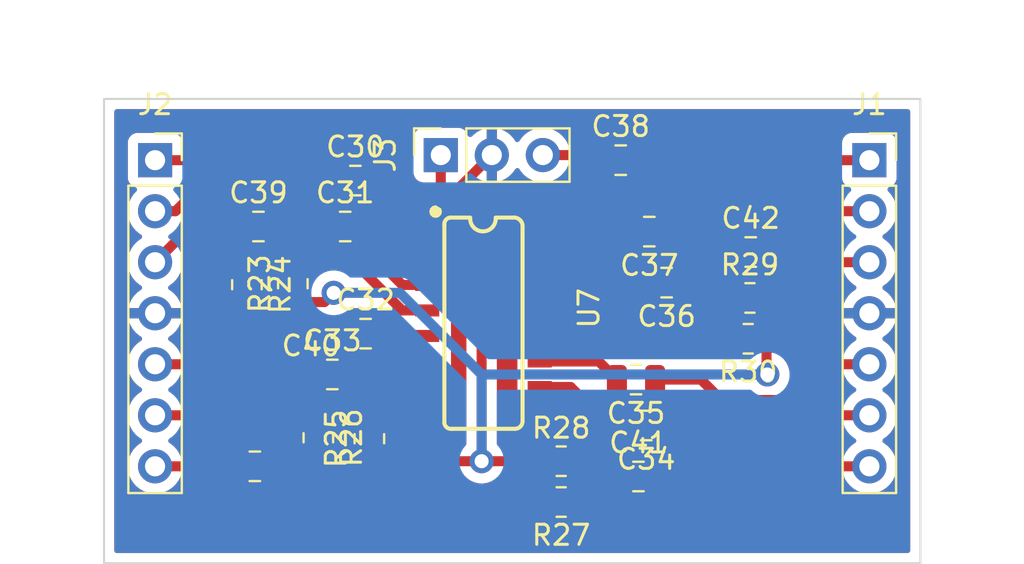
<source format=kicad_pcb>
(kicad_pcb (version 20211014) (generator pcbnew)
  (layers (0 "F.Cu" signal) (31 "B.Cu" signal) (34 "B.Paste" user) (35 "F.Paste" user) (36 "B.SilkS" user "B.Silkscreen") (37 "F.SilkS" user "F.Silkscreen") (38 "B.Mask" user) (39 "F.Mask" user) (44 "Edge.Cuts" user))
  (net 0 "")
  (net 1 "/Audio Switch/INL1")
  (net 2 "Net-(C30-Pad2)")
  (net 3 "/Audio Switch/INL2")
  (net 4 "Net-(C31-Pad2)")
  (net 5 "/Audio Switch/INR1")
  (net 6 "Net-(C32-Pad2)")
  (net 7 "/Audio Switch/INR2")
  (net 8 "Net-(C33-Pad2)")
  (net 9 "/Audio Switch/OUTR2")
  (net 10 "Net-(C34-Pad2)")
  (net 11 "/Audio Switch/OUTR1")
  (net 12 "Net-(C35-Pad2)")
  (net 13 "/Audio Switch/OUTL2")
  (net 14 "Net-(C36-Pad2)")
  (net 15 "/Audio Switch/OUTL1")
  (net 16 "Net-(C37-Pad2)")
  (net 17 "+5V")
  (net 18 "GND")
  (net 19 "/Audio Switch/INL")
  (net 20 "/Audio Switch/INR")
  (net 21 "/Audio Switch/OUTR")
  (net 22 "/Audio Switch/OUTL")
  (net 23 "/Audio Switch/T{slash}R")
  (net 24 "Net-(C39-Pad2)")
  (net 25 "Net-(C40-Pad2)")
  (net 26 "Net-(C41-Pad1)")
  (net 27 "Net-(C42-Pad1)")
  (footprint "Capacitor_SMD:C_0805_2012Metric" (layer "F.Cu") (at 146.37 87.376 180)
    (fp_text reference "C35" (at 0 -1.68) (layer "F.SilkS"))
    (fp_text value ".1uF")
    (fp_line (start -0.261252 0.735) (end 0.261252 0.735) (layer "F.SilkS") (width 0.12))
    (fp_line (start -0.261252 -0.735) (end 0.261252 -0.735) (layer "F.SilkS") (width 0.12))
    (pad "1" smd roundrect (at -0.95 0 180) (size 1 1.45) (layers "F.Cu" "F.Paste" "F.Mask") (net 11 "/Audio Switch/OUTR1"))
    (pad "2" smd roundrect (at 0.95 0 180) (size 1 1.45) (layers "F.Cu" "F.Paste" "F.Mask") (net 12 "Net-(C35-Pad2)"))
  )
  (footprint "Capacitor_SMD:C_0805_2012Metric" (layer "F.Cu") (at 131.252 87.122)
    (fp_text reference "C33" (at 0 -1.68) (layer "F.SilkS"))
    (fp_text value ".1uF")
    (fp_line (start -0.261252 0.735) (end 0.261252 0.735) (layer "F.SilkS") (width 0.12))
    (fp_line (start -0.261252 -0.735) (end 0.261252 -0.735) (layer "F.SilkS") (width 0.12))
    (pad "1" smd roundrect (at -0.95 0) (size 1 1.45) (layers "F.Cu" "F.Paste" "F.Mask") (net 7 "/Audio Switch/INR2"))
    (pad "2" smd roundrect (at 0.95 0) (size 1 1.45) (layers "F.Cu" "F.Paste" "F.Mask") (net 8 "Net-(C33-Pad2)"))
  )
  (footprint "Connector_PinSocket_2.54mm:PinSocket_1x07_P2.54mm_Vertical" (layer "F.Cu") (at 157.988 76.454)
    (fp_text reference "J1" (at 0 -2.77) (layer "F.SilkS"))
    (fp_text value "Conn_01x07_Female")
    (fp_line (start 1.33 1.27) (end 1.33 16.57) (layer "F.SilkS") (width 0.12))
    (fp_line (start -1.33 1.27) (end -1.33 16.57) (layer "F.SilkS") (width 0.12))
    (fp_line (start 1.33 -1.33) (end 1.33 0) (layer "F.SilkS") (width 0.12))
    (fp_line (start -1.33 16.57) (end 1.33 16.57) (layer "F.SilkS") (width 0.12))
    (fp_line (start -1.33 1.27) (end 1.33 1.27) (layer "F.SilkS") (width 0.12))
    (fp_line (start 0 -1.33) (end 1.33 -1.33) (layer "F.SilkS") (width 0.12))
    (pad "1" thru_hole rect (at 0 0) (size 1.7 1.7) (drill 1) (layers *.Cu *.Mask) (net 15 "/Audio Switch/OUTL1"))
    (pad "2" thru_hole oval (at 0 2.54) (size 1.7 1.7) (drill 1) (layers *.Cu *.Mask) (net 13 "/Audio Switch/OUTL2"))
    (pad "3" thru_hole oval (at 0 5.08) (size 1.7 1.7) (drill 1) (layers *.Cu *.Mask) (net 22 "/Audio Switch/OUTL"))
    (pad "4" thru_hole oval (at 0 7.62) (size 1.7 1.7) (drill 1) (layers *.Cu *.Mask) (net 18 "GND"))
    (pad "5" thru_hole oval (at 0 10.16) (size 1.7 1.7) (drill 1) (layers *.Cu *.Mask) (net 11 "/Audio Switch/OUTR1"))
    (pad "6" thru_hole oval (at 0 12.7) (size 1.7 1.7) (drill 1) (layers *.Cu *.Mask) (net 9 "/Audio Switch/OUTR2"))
    (pad "7" thru_hole oval (at 0 15.24) (size 1.7 1.7) (drill 1) (layers *.Cu *.Mask) (net 21 "/Audio Switch/OUTR"))
  )
  (footprint "Capacitor_SMD:C_0805_2012Metric" (layer "F.Cu") (at 152.08 81.026)
    (fp_text reference "C42" (at 0 -1.68) (layer "F.SilkS"))
    (fp_text value ".1uF")
    (fp_line (start -0.261252 -0.735) (end 0.261252 -0.735) (layer "F.SilkS") (width 0.12))
    (fp_line (start -0.261252 0.735) (end 0.261252 0.735) (layer "F.SilkS") (width 0.12))
    (pad "1" smd roundrect (at -0.95 0) (size 1 1.45) (layers "F.Cu" "F.Paste" "F.Mask") (net 27 "Net-(C42-Pad1)"))
    (pad "2" smd roundrect (at 0.95 0) (size 1 1.45) (layers "F.Cu" "F.Paste" "F.Mask") (net 22 "/Audio Switch/OUTL"))
  )
  (footprint "Capacitor_SMD:C_0805_2012Metric" (layer "F.Cu") (at 146.878 89.662 180)
    (fp_text reference "C34" (at 0 -1.68) (layer "F.SilkS"))
    (fp_text value ".1uF")
    (fp_line (start -0.261252 0.735) (end 0.261252 0.735) (layer "F.SilkS") (width 0.12))
    (fp_line (start -0.261252 -0.735) (end 0.261252 -0.735) (layer "F.SilkS") (width 0.12))
    (pad "1" smd roundrect (at -0.95 0 180) (size 1 1.45) (layers "F.Cu" "F.Paste" "F.Mask") (net 9 "/Audio Switch/OUTR2"))
    (pad "2" smd roundrect (at 0.95 0 180) (size 1 1.45) (layers "F.Cu" "F.Paste" "F.Mask") (net 10 "Net-(C34-Pad2)"))
  )
  (footprint "Capacitor_SMD:C_0805_2012Metric" (layer "F.Cu") (at 131.892 79.756)
    (fp_text reference "C31" (at 0 -1.68) (layer "F.SilkS"))
    (fp_text value ".1uF")
    (fp_line (start -0.261252 0.735) (end 0.261252 0.735) (layer "F.SilkS") (width 0.12))
    (fp_line (start -0.261252 -0.735) (end 0.261252 -0.735) (layer "F.SilkS") (width 0.12))
    (pad "1" smd roundrect (at -0.95 0) (size 1 1.45) (layers "F.Cu" "F.Paste" "F.Mask") (net 3 "/Audio Switch/INL2"))
    (pad "2" smd roundrect (at 0.95 0) (size 1 1.45) (layers "F.Cu" "F.Paste" "F.Mask") (net 4 "Net-(C31-Pad2)"))
  )
  (footprint "Resistor_SMD:R_0805_2012Metric" (layer "F.Cu") (at 152.0425 83.312)
    (fp_text reference "R29" (at 0 -1.65) (layer "F.SilkS"))
    (fp_text value "10k")
    (fp_line (start -0.227064 0.735) (end 0.227064 0.735) (layer "F.SilkS") (width 0.12))
    (fp_line (start -0.227064 -0.735) (end 0.227064 -0.735) (layer "F.SilkS") (width 0.12))
    (pad "1" smd roundrect (at -0.9125 0) (size 1.025 1.4) (layers "F.Cu" "F.Paste" "F.Mask") (roundrect_rratio 0.243902) (net 27 "Net-(C42-Pad1)"))
    (pad "2" smd roundrect (at 0.9125 0) (size 1.025 1.4) (layers "F.Cu" "F.Paste" "F.Mask") (roundrect_rratio 0.243902) (net 18 "GND"))
  )
  (footprint "Resistor_SMD:R_0805_2012Metric" (layer "F.Cu") (at 129.286 82.6045 90)
    (fp_text reference "R23" (at 0 -1.65 90) (layer "F.SilkS"))
    (fp_text value "10k")
    (fp_line (start -0.227064 0.735) (end 0.227064 0.735) (layer "F.SilkS") (width 0.12))
    (fp_line (start -0.227064 -0.735) (end 0.227064 -0.735) (layer "F.SilkS") (width 0.12))
    (pad "1" smd roundrect (at -0.9125 0 90) (size 1.025 1.4) (layers "F.Cu" "F.Paste" "F.Mask") (roundrect_rratio 0.243902) (net 17 "+5V"))
    (pad "2" smd roundrect (at 0.9125 0 90) (size 1.025 1.4) (layers "F.Cu" "F.Paste" "F.Mask") (roundrect_rratio 0.243902) (net 24 "Net-(C39-Pad2)"))
  )
  (footprint "Xenir:SO16" (layer "F.Cu") (at 144.526 83.82 -90)
    (fp_text reference "U7" (at 0 0.5 90) (layer "F.SilkS"))
    (fp_text value "FST3257")
    (fp_line (start 5.6268 3.8037) (end -4.1268 3.8037) (layer "F.SilkS") (width 0.2032))
    (fp_line (start -4.5078 7.4153) (end -4.5078 6.4104) (layer "F.SilkS") (width 0.2032))
    (fp_line (start -4.5078 4.2974) (end -4.5078 5.1404) (layer "F.SilkS") (width 0.2032))
    (fp_line (start -4.1268 7.6963) (end 5.7268 7.6963) (layer "F.SilkS") (width 0.2032))
    (fp_line (start 6.0078 7.3153) (end 6.0078 4.1847) (layer "F.SilkS") (width 0.2032))
    (fp_arc (start -4.126799 7.696301) (mid -4.37554 7.634767) (end -4.5078 7.4153) (layer "F.SilkS") (width 0.2032))
    (fp_arc (start 5.6268 3.8037) (mid 5.896238 3.915264) (end 6.0078 4.184702) (layer "F.SilkS") (width 0.2032))
    (fp_arc (start -4.5078 4.2847) (mid -4.416948 3.965269) (end -4.1268 3.8037) (layer "F.SilkS") (width 0.2032))
    (fp_arc (start 6.0078 7.3153) (mid 5.946208 7.563997) (end 5.7268 7.6963) (layer "F.SilkS") (width 0.2032))
    (fp_arc (start -4.457 5.1404) (mid -3.822 5.7754) (end -4.457 6.4104) (layer "F.SilkS") (width 0.2032))
    (fp_poly (pts (xy -4.48875 8.13125) (xy -4.531287 7.9725) (xy -4.6475 7.856287) (xy -4.80625 7.81375) (xy -4.965 7.856287) (xy -5.12375 8.13125) (xy -5.081213 8.29) (xy -4.965 8.406213) (xy -4.80625 8.44875) (xy -4.6475 8.406213) (xy -4.531287 8.29)) (layer "F.SilkS") (width 0) (fill solid))
    (pad "1" smd rect locked (at -3.695 8.55 270) (size 0.6 1.2) (layers "F.Cu" "F.Paste" "F.Mask") (net 23 "/Audio Switch/T{slash}R"))
    (pad "2" smd rect locked (at -2.425 8.55 270) (size 0.6 1.2) (layers "F.Cu" "F.Paste" "F.Mask") (net 2 "Net-(C30-Pad2)"))
    (pad "3" smd rect locked (at -1.155 8.55 270) (size 0.6 1.2) (layers "F.Cu" "F.Paste" "F.Mask") (net 4 "Net-(C31-Pad2)"))
    (pad "4" smd rect locked (at 0.115 8.55 270) (size 0.6 1.2) (layers "F.Cu" "F.Paste" "F.Mask") (net 24 "Net-(C39-Pad2)"))
    (pad "5" smd rect locked (at 1.385 8.55 270) (size 0.6 1.2) (layers "F.Cu" "F.Paste" "F.Mask") (net 6 "Net-(C32-Pad2)"))
    (pad "6" smd rect locked (at 2.655 8.55 270) (size 0.6 1.2) (layers "F.Cu" "F.Paste" "F.Mask") (net 8 "Net-(C33-Pad2)"))
    (pad "7" smd rect locked (at 3.925 8.55 270) (size 0.6 1.2) (layers "F.Cu" "F.Paste" "F.Mask") (net 25 "Net-(C40-Pad2)"))
    (pad "8" smd rect locked (at 5.195 8.55 270) (size 0.6 1.2) (layers "F.Cu" "F.Paste" "F.Mask") (net 18 "GND"))
    (pad "9" smd rect locked (at 5.195 2.95 270) (size 0.6 1.2) (layers "F.Cu" "F.Paste" "F.Mask") (net 26 "Net-(C41-Pad1)"))
    (pad "10" smd rect locked (at 3.925 2.95 270) (size 0.6 1.2) (layers "F.Cu" "F.Paste" "F.Mask") (net 10 "Net-(C34-Pad2)"))
    (pad "11" smd rect locked (at 2.655 2.95 270) (size 0.6 1.2) (layers "F.Cu" "F.Paste" "F.Mask") (net 12 "Net-(C35-Pad2)"))
    (pad "12" smd rect locked (at 1.385 2.95 270) (size 0.6 1.2) (layers "F.Cu" "F.Paste" "F.Mask") (net 27 "Net-(C42-Pad1)"))
    (pad "13" smd rect locked (at 0.115 2.95 270) (size 0.6 1.2) (layers "F.Cu" "F.Paste" "F.Mask") (net 14 "Net-(C36-Pad2)"))
    (pad "14" smd rect locked (at -1.155 2.95 270) (size 0.6 1.2) (layers "F.Cu" "F.Paste" "F.Mask") (net 16 "Net-(C37-Pad2)"))
    (pad "15" smd rect locked (at -2.425 2.95 270) (size 0.6 1.2) (layers "F.Cu" "F.Paste" "F.Mask") (net 18 "GND"))
    (pad "16" smd rect locked (at -3.695 2.95 270) (size 0.6 1.2) (layers "F.Cu" "F.Paste" "F.Mask") (net 17 "+5V"))
  )
  (footprint "Capacitor_SMD:C_0805_2012Metric" (layer "F.Cu") (at 147.032 80.01 180)
    (fp_text reference "C37" (at 0 -1.68) (layer "F.SilkS"))
    (fp_text value ".1uF")
    (fp_line (start -0.261252 -0.735) (end 0.261252 -0.735) (layer "F.SilkS") (width 0.12))
    (fp_line (start -0.261252 0.735) (end 0.261252 0.735) (layer "F.SilkS") (width 0.12))
    (pad "1" smd roundrect (at -0.95 0 180) (size 1 1.45) (layers "F.Cu" "F.Paste" "F.Mask") (net 15 "/Audio Switch/OUTL1"))
    (pad "2" smd roundrect (at 0.95 0 180) (size 1 1.45) (layers "F.Cu" "F.Paste" "F.Mask") (net 16 "Net-(C37-Pad2)"))
  )
  (footprint "Resistor_SMD:R_0805_2012Metric" (layer "F.Cu") (at 130.556 90.2735 -90)
    (fp_text reference "R26" (at 0 -1.65 90) (layer "F.SilkS"))
    (fp_text value "10k")
    (fp_line (start -0.227064 -0.735) (end 0.227064 -0.735) (layer "F.SilkS") (width 0.12))
    (fp_line (start -0.227064 0.735) (end 0.227064 0.735) (layer "F.SilkS") (width 0.12))
    (pad "1" smd roundrect (at -0.9125 0 270) (size 1.025 1.4) (layers "F.Cu" "F.Paste" "F.Mask") (roundrect_rratio 0.243902) (net 25 "Net-(C40-Pad2)"))
    (pad "2" smd roundrect (at 0.9125 0 270) (size 1.025 1.4) (layers "F.Cu" "F.Paste" "F.Mask") (roundrect_rratio 0.243902) (net 18 "GND"))
  )
  (footprint "Capacitor_SMD:C_0805_2012Metric" (layer "F.Cu") (at 147.894 82.55 180)
    (fp_text reference "C36" (at 0 -1.68) (layer "F.SilkS"))
    (fp_text value ".1uF")
    (fp_line (start -0.261252 -0.735) (end 0.261252 -0.735) (layer "F.SilkS") (width 0.12))
    (fp_line (start -0.261252 0.735) (end 0.261252 0.735) (layer "F.SilkS") (width 0.12))
    (pad "1" smd roundrect (at -0.95 0 180) (size 1 1.45) (layers "F.Cu" "F.Paste" "F.Mask") (net 13 "/Audio Switch/OUTL2"))
    (pad "2" smd roundrect (at 0.95 0 180) (size 1 1.45) (layers "F.Cu" "F.Paste" "F.Mask") (net 14 "Net-(C36-Pad2)"))
  )
  (footprint "Connector_PinSocket_2.54mm:PinSocket_1x07_P2.54mm_Vertical" (layer "F.Cu") (at 122.428 76.454)
    (fp_text reference "J2" (at 0 -2.77) (layer "F.SilkS"))
    (fp_text value "Conn_01x07_Female")
    (fp_line (start -1.33 1.27) (end 1.33 1.27) (layer "F.SilkS") (width 0.12))
    (fp_line (start 1.33 -1.33) (end 1.33 0) (layer "F.SilkS") (width 0.12))
    (fp_line (start -1.33 16.57) (end 1.33 16.57) (layer "F.SilkS") (width 0.12))
    (fp_line (start -1.33 1.27) (end -1.33 16.57) (layer "F.SilkS") (width 0.12))
    (fp_line (start 0 -1.33) (end 1.33 -1.33) (layer "F.SilkS") (width 0.12))
    (fp_line (start 1.33 1.27) (end 1.33 16.57) (layer "F.SilkS") (width 0.12))
    (pad "1" thru_hole rect (at 0 0) (size 1.7 1.7) (drill 1) (layers *.Cu *.Mask) (net 1 "/Audio Switch/INL1"))
    (pad "2" thru_hole oval (at 0 2.54) (size 1.7 1.7) (drill 1) (layers *.Cu *.Mask) (net 3 "/Audio Switch/INL2"))
    (pad "3" thru_hole oval (at 0 5.08) (size 1.7 1.7) (drill 1) (layers *.Cu *.Mask) (net 19 "/Audio Switch/INL"))
    (pad "4" thru_hole oval (at 0 7.62) (size 1.7 1.7) (drill 1) (layers *.Cu *.Mask) (net 18 "GND"))
    (pad "5" thru_hole oval (at 0 10.16) (size 1.7 1.7) (drill 1) (layers *.Cu *.Mask) (net 5 "/Audio Switch/INR1"))
    (pad "6" thru_hole oval (at 0 12.7) (size 1.7 1.7) (drill 1) (layers *.Cu *.Mask) (net 7 "/Audio Switch/INR2"))
    (pad "7" thru_hole oval (at 0 15.24) (size 1.7 1.7) (drill 1) (layers *.Cu *.Mask) (net 20 "/Audio Switch/INR"))
  )
  (footprint "Resistor_SMD:R_0805_2012Metric" (layer "F.Cu") (at 133.096 90.3205 90)
    (fp_text reference "R25" (at 0 -1.65 90) (layer "F.SilkS"))
    (fp_text value "10k")
    (fp_line (start -0.227064 0.735) (end 0.227064 0.735) (layer "F.SilkS") (width 0.12))
    (fp_line (start -0.227064 -0.735) (end 0.227064 -0.735) (layer "F.SilkS") (width 0.12))
    (pad "1" smd roundrect (at -0.9125 0 90) (size 1.025 1.4) (layers "F.Cu" "F.Paste" "F.Mask") (roundrect_rratio 0.243902) (net 17 "+5V"))
    (pad "2" smd roundrect (at 0.9125 0 90) (size 1.025 1.4) (layers "F.Cu" "F.Paste" "F.Mask") (roundrect_rratio 0.243902) (net 25 "Net-(C40-Pad2)"))
  )
  (footprint "Resistor_SMD:R_0805_2012Metric" (layer "F.Cu") (at 142.6445 93.472 180)
    (fp_text reference "R27" (at 0 -1.65) (layer "F.SilkS"))
    (fp_text value "10k")
    (fp_line (start -0.227064 0.735) (end 0.227064 0.735) (layer "F.SilkS") (width 0.12))
    (fp_line (start -0.227064 -0.735) (end 0.227064 -0.735) (layer "F.SilkS") (width 0.12))
    (pad "1" smd roundrect (at -0.9125 0 180) (size 1.025 1.4) (layers "F.Cu" "F.Paste" "F.Mask") (roundrect_rratio 0.243902) (net 26 "Net-(C41-Pad1)"))
    (pad "2" smd roundrect (at 0.9125 0 180) (size 1.025 1.4) (layers "F.Cu" "F.Paste" "F.Mask") (roundrect_rratio 0.243902) (net 18 "GND"))
  )
  (footprint "Resistor_SMD:R_0805_2012Metric" (layer "F.Cu") (at 127 82.6535 -90)
    (fp_text reference "R24" (at 0 -1.65 90) (layer "F.SilkS"))
    (fp_text value "10k")
    (fp_line (start -0.227064 0.735) (end 0.227064 0.735) (layer "F.SilkS") (width 0.12))
    (fp_line (start -0.227064 -0.735) (end 0.227064 -0.735) (layer "F.SilkS") (width 0.12))
    (pad "1" smd roundrect (at -0.9125 0 270) (size 1.025 1.4) (layers "F.Cu" "F.Paste" "F.Mask") (roundrect_rratio 0.243902) (net 24 "Net-(C39-Pad2)"))
    (pad "2" smd roundrect (at 0.9125 0 270) (size 1.025 1.4) (layers "F.Cu" "F.Paste" "F.Mask") (roundrect_rratio 0.243902) (net 18 "GND"))
  )
  (footprint "Capacitor_SMD:C_0805_2012Metric" (layer "F.Cu") (at 146.492 92.202)
    (fp_text reference "C41" (at 0 -1.68) (layer "F.SilkS"))
    (fp_text value ".1uF")
    (fp_line (start -0.261252 0.735) (end 0.261252 0.735) (layer "F.SilkS") (width 0.12))
    (fp_line (start -0.261252 -0.735) (end 0.261252 -0.735) (layer "F.SilkS") (width 0.12))
    (pad "1" smd roundrect (at -0.95 0) (size 1 1.45) (layers "F.Cu" "F.Paste" "F.Mask") (net 26 "Net-(C41-Pad1)"))
    (pad "2" smd roundrect (at 0.95 0) (size 1 1.45) (layers "F.Cu" "F.Paste" "F.Mask") (net 21 "/Audio Switch/OUTR"))
  )
  (footprint "Capacitor_SMD:C_0805_2012Metric" (layer "F.Cu") (at 145.608 76.454)
    (fp_text reference "C38" (at 0 -1.68) (layer "F.SilkS"))
    (fp_text value ".1uF")
    (fp_line (start -0.261252 -0.735) (end 0.261252 -0.735) (layer "F.SilkS") (width 0.12))
    (fp_line (start -0.261252 0.735) (end 0.261252 0.735) (layer "F.SilkS") (width 0.12))
    (pad "1" smd roundrect (at -0.95 0) (size 1 1.45) (layers "F.Cu" "F.Paste" "F.Mask") (net 17 "+5V"))
    (pad "2" smd roundrect (at 0.95 0) (size 1 1.45) (layers "F.Cu" "F.Paste" "F.Mask") (net 18 "GND"))
  )
  (footprint "Capacitor_SMD:C_0805_2012Metric" (layer "F.Cu") (at 127.574 79.756)
    (fp_text reference "C39" (at 0 -1.68) (layer "F.SilkS"))
    (fp_text value ".1uF")
    (fp_line (start -0.261252 0.735) (end 0.261252 0.735) (layer "F.SilkS") (width 0.12))
    (fp_line (start -0.261252 -0.735) (end 0.261252 -0.735) (layer "F.SilkS") (width 0.12))
    (pad "1" smd roundrect (at -0.95 0) (size 1 1.45) (layers "F.Cu" "F.Paste" "F.Mask") (net 19 "/Audio Switch/INL"))
    (pad "2" smd roundrect (at 0.95 0) (size 1 1.45) (layers "F.Cu" "F.Paste" "F.Mask") (net 24 "Net-(C39-Pad2)"))
  )
  (footprint "Resistor_SMD:R_0805_2012Metric" (layer "F.Cu") (at 142.6445 91.44)
    (fp_text reference "R28" (at 0 -1.65) (layer "F.SilkS"))
    (fp_text value "10k")
    (fp_line (start -0.227064 -0.735) (end 0.227064 -0.735) (layer "F.SilkS") (width 0.12))
    (fp_line (start -0.227064 0.735) (end 0.227064 0.735) (layer "F.SilkS") (width 0.12))
    (pad "1" smd roundrect (at -0.9125 0) (size 1.025 1.4) (layers "F.Cu" "F.Paste" "F.Mask") (roundrect_rratio 0.243902) (net 17 "+5V"))
    (pad "2" smd roundrect (at 0.9125 0) (size 1.025 1.4) (layers "F.Cu" "F.Paste" "F.Mask") (roundrect_rratio 0.243902) (net 26 "Net-(C41-Pad1)"))
  )
  (footprint "Resistor_SMD:R_0805_2012Metric" (layer "F.Cu") (at 151.955 85.344 180)
    (fp_text reference "R30" (at 0 -1.65) (layer "F.SilkS"))
    (fp_text value "10k")
    (fp_line (start -0.227064 -0.735) (end 0.227064 -0.735) (layer "F.SilkS") (width 0.12))
    (fp_line (start -0.227064 0.735) (end 0.227064 0.735) (layer "F.SilkS") (width 0.12))
    (pad "1" smd roundrect (at -0.9125 0 180) (size 1.025 1.4) (layers "F.Cu" "F.Paste" "F.Mask") (roundrect_rratio 0.243902) (net 17 "+5V"))
    (pad "2" smd roundrect (at 0.9125 0 180) (size 1.025 1.4) (layers "F.Cu" "F.Paste" "F.Mask") (roundrect_rratio 0.243902) (net 27 "Net-(C42-Pad1)"))
  )
  (footprint "Connector_PinSocket_2.54mm:PinSocket_1x03_P2.54mm_Vertical" (layer "F.Cu") (at 136.652 76.2 90)
    (fp_text reference "J3" (at 0 -2.77 90) (layer "F.SilkS"))
    (fp_text value "Conn_01x03_Female")
    (fp_line (start -1.33 1.27) (end -1.33 6.41) (layer "F.SilkS") (width 0.12))
    (fp_line (start 1.33 1.27) (end 1.33 6.41) (layer "F.SilkS") (width 0.12))
    (fp_line (start 1.33 -1.33) (end 1.33 0) (layer "F.SilkS") (width 0.12))
    (fp_line (start -1.33 1.27) (end 1.33 1.27) (layer "F.SilkS") (width 0.12))
    (fp_line (start 0 -1.33) (end 1.33 -1.33) (layer "F.SilkS") (width 0.12))
    (fp_line (start -1.33 6.41) (end 1.33 6.41) (layer "F.SilkS") (width 0.12))
    (pad "1" thru_hole rect (at 0 0 90) (size 1.7 1.7) (drill 1) (layers *.Cu *.Mask) (net 23 "/Audio Switch/T{slash}R"))
    (pad "2" thru_hole oval (at 0 2.54 90) (size 1.7 1.7) (drill 1) (layers *.Cu *.Mask) (net 18 "GND"))
    (pad "3" thru_hole oval (at 0 5.08 90) (size 1.7 1.7) (drill 1) (layers *.Cu *.Mask) (net 17 "+5V"))
  )
  (footprint "Capacitor_SMD:C_0805_2012Metric" (layer "F.Cu") (at 132.908 85.09)
    (fp_text reference "C32" (at 0 -1.68) (layer "F.SilkS"))
    (fp_text value ".1uF")
    (fp_line (start -0.261252 0.735) (end 0.261252 0.735) (layer "F.SilkS") (width 0.12))
    (fp_line (start -0.261252 -0.735) (end 0.261252 -0.735) (layer "F.SilkS") (width 0.12))
    (pad "1" smd roundrect (at -0.95 0) (size 1 1.45) (layers "F.Cu" "F.Paste" "F.Mask") (net 5 "/Audio Switch/INR1"))
    (pad "2" smd roundrect (at 0.95 0) (size 1 1.45) (layers "F.Cu" "F.Paste" "F.Mask") (net 6 "Net-(C32-Pad2)"))
  )
  (footprint "Capacitor_SMD:C_0805_2012Metric" (layer "F.Cu") (at 127.395 91.694)
    (fp_text reference "C40" (at 2.794 -5.998) (layer "F.SilkS"))
    (fp_text value ".1uF")
    (fp_line (start -0.261252 -0.735) (end 0.261252 -0.735) (layer "F.SilkS") (width 0.12))
    (fp_line (start -0.261252 0.735) (end 0.261252 0.735) (layer "F.SilkS") (width 0.12))
    (pad "1" smd roundrect (at -0.95 0) (size 1 1.45) (layers "F.Cu" "F.Paste" "F.Mask") (net 20 "/Audio Switch/INR"))
    (pad "2" smd roundrect (at 0.95 0) (size 1 1.45) (layers "F.Cu" "F.Paste" "F.Mask") (net 25 "Net-(C40-Pad2)"))
  )
  (footprint "Capacitor_SMD:C_0805_2012Metric" (layer "F.Cu") (at 132.4 77.47)
    (fp_text reference "C30" (at 0 -1.68) (layer "F.SilkS"))
    (fp_text value ".1uF")
    (fp_line (start -0.261252 -0.735) (end 0.261252 -0.735) (layer "F.SilkS") (width 0.12))
    (fp_line (start -0.261252 0.735) (end 0.261252 0.735) (layer "F.SilkS") (width 0.12))
    (pad "1" smd roundrect (at -0.95 0) (size 1 1.45) (layers "F.Cu" "F.Paste" "F.Mask") (net 1 "/Audio Switch/INL1"))
    (pad "2" smd roundrect (at 0.95 0) (size 1 1.45) (layers "F.Cu" "F.Paste" "F.Mask") (net 2 "Net-(C30-Pad2)"))
  )
  (gr_rect (start 119.888 73.406) (end 160.528 96.52) (layer "Edge.Cuts") (width 0.1) (fill none))
  (segment (start 124.206 76.454) (end 122.428 76.454) (width 0.5) (layer "F.Cu") (net 1))
  (segment (start 124.714 75.946) (end 124.206 76.454) (width 0.5) (layer "F.Cu") (net 1))
  (segment (start 130.302 75.946) (end 124.714 75.946) (width 0.5) (layer "F.Cu") (net 1))
  (segment (start 131.45 77.094) (end 130.302 75.946) (width 0.5) (layer "F.Cu") (net 1))
  (segment (start 131.45 77.47) (end 131.45 77.094) (width 0.5) (layer "F.Cu") (net 1))
  (segment (start 134.366 80.518) (end 135.243 81.395) (width 0.5) (layer "F.Cu") (net 2))
  (segment (start 133.35 77.724) (end 134.366 78.74) (width 0.5) (layer "F.Cu") (net 2))
  (segment (start 134.366 78.74) (end 134.366 80.518) (width 0.5) (layer "F.Cu") (net 2))
  (segment (start 135.243 81.395) (end 135.976 81.395) (width 0.5) (layer "F.Cu") (net 2))
  (segment (start 133.35 77.47) (end 133.35 77.724) (width 0.5) (layer "F.Cu") (net 2))
  (segment (start 124.968 77.47) (end 123.444 78.994) (width 0.5) (layer "F.Cu") (net 3))
  (segment (start 130.942 79.756) (end 130.048 78.862) (width 0.5) (layer "F.Cu") (net 3))
  (segment (start 130.048 78.862) (end 130.048 78.74) (width 0.5) (layer "F.Cu") (net 3))
  (segment (start 123.444 78.994) (end 122.428 78.994) (width 0.5) (layer "F.Cu") (net 3))
  (segment (start 128.778 77.47) (end 124.968 77.47) (width 0.5) (layer "F.Cu") (net 3))
  (segment (start 130.048 78.74) (end 128.778 77.47) (width 0.5) (layer "F.Cu") (net 3))
  (segment (start 132.842 79.756) (end 132.842 80.772) (width 0.5) (layer "F.Cu") (net 4))
  (segment (start 132.842 80.772) (end 134.735 82.665) (width 0.5) (layer "F.Cu") (net 4))
  (segment (start 134.735 82.665) (end 135.976 82.665) (width 0.5) (layer "F.Cu") (net 4))
  (segment (start 131.958 85.09) (end 129.794 85.09) (width 0.5) (layer "F.Cu") (net 5))
  (segment (start 129.794 85.09) (end 128.27 86.614) (width 0.5) (layer "F.Cu") (net 5))
  (segment (start 128.27 86.614) (end 122.936 86.614) (width 0.5) (layer "F.Cu") (net 5))
  (segment (start 134.251 85.205) (end 135.976 85.205) (width 0.5) (layer "F.Cu") (net 6))
  (segment (start 130.302 87.122) (end 129.794 87.122) (width 0.5) (layer "F.Cu") (net 7))
  (segment (start 129.794 87.122) (end 127.762 89.154) (width 0.5) (layer "F.Cu") (net 7))
  (segment (start 127.762 89.154) (end 122.936 89.154) (width 0.5) (layer "F.Cu") (net 7))
  (segment (start 132.842 87.122) (end 132.202 87.122) (width 0.5) (layer "F.Cu") (net 8))
  (segment (start 133.489 86.475) (end 135.976 86.475) (width 0.5) (layer "F.Cu") (net 8))
  (segment (start 133.489 86.475) (end 132.842 87.122) (width 0.5) (layer "F.Cu") (net 8))
  (segment (start 147.828 89.662) (end 153.924 89.662) (width 0.5) (layer "F.Cu") (net 9))
  (segment (start 153.924 89.662) (end 154.432 89.154) (width 0.5) (layer "F.Cu") (net 9))
  (segment (start 154.432 89.154) (end 157.226 89.154) (width 0.5) (layer "F.Cu") (net 9))
  (segment (start 145.034 89.662) (end 145.928 89.662) (width 0.5) (layer "F.Cu") (net 10))
  (segment (start 141.576 87.745) (end 143.117 87.745) (width 0.5) (layer "F.Cu") (net 10))
  (segment (start 143.117 87.745) (end 145.034 89.662) (width 0.5) (layer "F.Cu") (net 10))
  (segment (start 157.226 86.614) (end 155.956 86.614) (width 0.5) (layer "F.Cu") (net 11))
  (segment (start 155.956 86.614) (end 154.178 88.392) (width 0.5) (layer "F.Cu") (net 11))
  (segment (start 154.178 88.392) (end 150.622 88.392) (width 0.5) (layer "F.Cu") (net 11))
  (segment (start 149.606 87.376) (end 147.32 87.376) (width 0.5) (layer "F.Cu") (net 11))
  (segment (start 150.622 88.392) (end 149.606 87.376) (width 0.5) (layer "F.Cu") (net 11))
  (segment (start 144.519 86.475) (end 145.42 87.376) (width 0.5) (layer "F.Cu") (net 12))
  (segment (start 141.576 86.475) (end 144.519 86.475) (width 0.5) (layer "F.Cu") (net 12))
  (segment (start 148.844 82.042) (end 149.606 81.28) (width 0.5) (layer "F.Cu") (net 13))
  (segment (start 155.194 78.994) (end 157.988 78.994) (width 0.5) (layer "F.Cu") (net 13))
  (segment (start 148.844 82.55) (end 148.844 82.042) (width 0.5) (layer "F.Cu") (net 13))
  (segment (start 154.432 78.232) (end 155.194 78.994) (width 0.5) (layer "F.Cu") (net 13))
  (segment (start 149.606 79.756) (end 151.13 78.232) (width 0.5) (layer "F.Cu") (net 13))
  (segment (start 151.13 78.232) (end 154.432 78.232) (width 0.5) (layer "F.Cu") (net 13))
  (segment (start 149.606 81.28) (end 149.606 79.756) (width 0.5) (layer "F.Cu") (net 13))
  (segment (start 143.903 83.935) (end 145.288 82.55) (width 0.5) (layer "F.Cu") (net 14))
  (segment (start 145.288 82.55) (end 146.944 82.55) (width 0.5) (layer "F.Cu") (net 14))
  (segment (start 141.576 83.935) (end 143.903 83.935) (width 0.5) (layer "F.Cu") (net 14))
  (segment (start 147.828 79.502) (end 150.876 76.454) (width 0.5) (layer "F.Cu") (net 15))
  (segment (start 150.876 76.454) (end 157.988 76.454) (width 0.5) (layer "F.Cu") (net 15))
  (segment (start 141.576 82.665) (end 143.427 82.665) (width 0.5) (layer "F.Cu") (net 16))
  (segment (start 143.427 82.665) (end 146.082 80.01) (width 0.5) (layer "F.Cu") (net 16))
  (segment (start 138.684 87.122) (end 138.684 81.28) (width 0.5) (layer "F.Cu") (net 17))
  (segment (start 133.303 91.44) (end 133.096 91.233) (width 0.5) (layer "F.Cu") (net 17))
  (segment (start 130.859 83.517) (end 131.318 83.058) (width 0.5) (layer "F.Cu") (net 17))
  (segment (start 141.732 76.2) (end 144.404 76.2) (width 0.5) (layer "F.Cu") (net 17))
  (segment (start 144.404 76.2) (end 144.658 76.454) (width 0.5) (layer "F.Cu") (net 17))
  (segment (start 141.576 80.125) (end 142.125 80.125) (width 0.5) (layer "F.Cu") (net 17))
  (segment (start 152.908 87.122) (end 152.8675 87.0815) (width 0.5) (layer "F.Cu") (net 17))
  (segment (start 138.684 81.28) (end 139.839 80.125) (width 0.5) (layer "F.Cu") (net 17))
  (segment (start 142.125 80.125) (end 144.658 77.592) (width 0.5) (layer "F.Cu") (net 17))
  (segment (start 138.684 91.44) (end 133.303 91.44) (width 0.5) (layer "F.Cu") (net 17))
  (segment (start 139.839 80.125) (end 141.576 80.125) (width 0.5) (layer "F.Cu") (net 17))
  (segment (start 152.8675 85.344) (end 152.8675 87.0815) (width 0.5) (layer "F.Cu") (net 17))
  (segment (start 129.286 83.517) (end 130.859 83.517) (width 0.5) (layer "F.Cu") (net 17))
  (segment (start 144.658 77.592) (end 144.658 76.454) (width 0.5) (layer "F.Cu") (net 17))
  (segment (start 138.684 91.44) (end 141.732 91.44) (width 0.5) (layer "F.Cu") (net 17))
  (segment (start 138.684 87.122) (end 138.684 91.44) (width 0.5) (layer "F.Cu") (net 17))
  (via (at 152.908 87.122) (size 1.2) (drill 0.7) (layers "F.Cu" "B.Cu") (net 17))
  (via (at 138.684 91.44) (size 1.2) (drill 0.7) (layers "F.Cu" "B.Cu") (net 17))
  (via (at 131.318 83.058) (size 1.2) (drill 0.7) (layers "F.Cu" "B.Cu") (net 17))
  (segment (start 138.684 87.122) (end 134.62 83.058) (width 0.5) (layer "B.Cu") (net 17))
  (segment (start 138.684 87.122) (end 138.684 91.44) (width 0.5) (layer "B.Cu") (net 17))
  (segment (start 134.62 83.058) (end 131.318 83.058) (width 0.5) (layer "B.Cu") (net 17))
  (segment (start 152.908 87.122) (end 138.684 87.122) (width 0.5) (layer "B.Cu") (net 17))
  (segment (start 141.576 81.395) (end 142.633 81.395) (width 0.5) (layer "F.Cu") (net 18))
  (segment (start 139.192 76.2) (end 137.668 77.724) (width 0.5) (layer "F.Cu") (net 18))
  (segment (start 137.668 77.724) (end 137.668 88.646) (width 0.5) (layer "F.Cu") (net 18))
  (segment (start 142.633 81.395) (end 146.558 77.47) (width 0.5) (layer "F.Cu") (net 18))
  (segment (start 137.299 89.015) (end 135.976 89.015) (width 0.5) (layer "F.Cu") (net 18))
  (segment (start 146.558 77.47) (end 146.558 76.454) (width 0.5) (layer "F.Cu") (net 18))
  (segment (start 137.668 88.646) (end 137.299 89.015) (width 0.5) (layer "F.Cu") (net 18))
  (segment (start 124.206 79.756) (end 122.428 81.534) (width 0.5) (layer "F.Cu") (net 19))
  (segment (start 126.624 79.756) (end 124.206 79.756) (width 0.5) (layer "F.Cu") (net 19))
  (segment (start 126.445 91.694) (end 122.936 91.694) (width 0.5) (layer "F.Cu") (net 20))
  (segment (start 147.442 92.202) (end 147.95 91.694) (width 0.5) (layer "F.Cu") (net 21))
  (segment (start 147.95 91.694) (end 157.226 91.694) (width 0.5) (layer "F.Cu") (net 21))
  (segment (start 154.686 81.534) (end 157.988 81.534) (width 0.5) (layer "F.Cu") (net 22))
  (segment (start 153.03 81.026) (end 154.178 81.026) (width 0.5) (layer "F.Cu") (net 22))
  (segment (start 154.178 81.026) (end 154.686 81.534) (width 0.5) (layer "F.Cu") (net 22))
  (segment (start 136.652 79.449) (end 135.976 80.125) (width 0.5) (layer "F.Cu") (net 23))
  (segment (start 136.652 76.2) (end 136.652 79.449) (width 0.5) (layer "F.Cu") (net 23))
  (segment (start 134.735 83.935) (end 135.976 83.935) (width 0.5) (layer "F.Cu") (net 24))
  (segment (start 129.237 81.741) (end 129.286 81.692) (width 0.5) (layer "F.Cu") (net 24))
  (segment (start 129.286 81.692) (end 132.492 81.692) (width 0.5) (layer "F.Cu") (net 24))
  (segment (start 132.492 81.692) (end 134.735 83.935) (width 0.5) (layer "F.Cu") (net 24))
  (segment (start 128.524 79.756) (end 128.524 80.93) (width 0.5) (layer "F.Cu") (net 24))
  (segment (start 127 81.741) (end 129.237 81.741) (width 0.5) (layer "F.Cu") (net 24))
  (segment (start 128.524 80.93) (end 129.286 81.692) (width 0.5) (layer "F.Cu") (net 24))
  (segment (start 133.049 89.361) (end 133.096 89.408) (width 0.5) (layer "F.Cu") (net 25))
  (segment (start 130.556 89.361) (end 133.049 89.361) (width 0.5) (layer "F.Cu") (net 25))
  (segment (start 129.333 89.361) (end 128.345 90.349) (width 0.5) (layer "F.Cu") (net 25))
  (segment (start 128.345 90.349) (end 128.345 91.694) (width 0.5) (layer "F.Cu") (net 25))
  (segment (start 134.505 87.745) (end 133.096 89.154) (width 0.5) (layer "F.Cu") (net 25))
  (segment (start 135.976 87.745) (end 134.505 87.745) (width 0.5) (layer "F.Cu") (net 25))
  (segment (start 130.556 89.361) (end 129.333 89.361) (width 0.5) (layer "F.Cu") (net 25))
  (segment (start 133.096 89.154) (end 133.096 89.408) (width 0.5) (layer "F.Cu") (net 25))
  (segment (start 144.78 91.44) (end 145.542 92.202) (width 0.5) (layer "F.Cu") (net 26))
  (segment (start 143.557 89.963) (end 143.557 91.44) (width 0.5) (layer "F.Cu") (net 26))
  (segment (start 143.557 91.44) (end 144.78 91.44) (width 0.5) (layer "F.Cu") (net 26))
  (segment (start 143.557 93.472) (end 143.557 91.44) (width 0.5) (layer "F.Cu") (net 26))
  (segment (start 141.576 89.015) (end 142.609 89.015) (width 0.5) (layer "F.Cu") (net 26))
  (segment (start 142.609 89.015) (end 143.557 89.963) (width 0.5) (layer "F.Cu") (net 26))
  (segment (start 148.844 85.344) (end 151.0425 85.344) (width 0.5) (layer "F.Cu") (net 27))
  (segment (start 151.13 81.026) (end 151.13 83.312) (width 0.5) (layer "F.Cu") (net 27))
  (segment (start 141.576 85.205) (end 148.705 85.205) (width 0.5) (layer "F.Cu") (net 27))
  (segment (start 151.13 83.312) (end 151.13 85.2565) (width 0.5) (layer "F.Cu") (net 27))
  (segment (start 151.13 85.2565) (end 151.0425 85.344) (width 0.5) (layer "F.Cu") (net 27))
  (segment (start 148.705 85.205) (end 148.844 85.344) (width 0.5) (layer "F.Cu") (net 27))
  (zone (net 18) (net_name "GND") (layer "F.Cu") (connect_pads (clearance 0.508)) (min_thickness 0.254) (fill yes (thermal_gap 0.508) (thermal_bridge_width 0.508))
    (polygon (pts (xy 160.274 96.266) (xy 120.142 96.266) (xy 120.142 73.66) (xy 160.274 73.66)))
  )
  (zone (net 0) (net_name "") (layer "F.Cu") (connect_pads (clearance 0)) (min_thickness 0.254)
    (keepout (tracks not_allowed) (vias not_allowed) (pads not_allowed) (copperpour not_allowed) (footprints allowed))
    (fill (thermal_gap 0.508) (thermal_bridge_width 0.508))
    (polygon (pts (xy 137.16 88.138) (xy 136.906 88.138) (xy 136.906 80.01) (xy 137.16 80.01)))
  )
  (zone (net 18) (net_name "GND") (layer "B.Cu") (connect_pads (clearance 0.508)) (min_thickness 0.254) (fill yes (thermal_gap 0.508) (thermal_bridge_width 0.508))
    (polygon (pts (xy 160.02 96.266) (xy 120.142 96.266) (xy 120.142 73.914) (xy 160.02 73.914)))
  )
)
</source>
